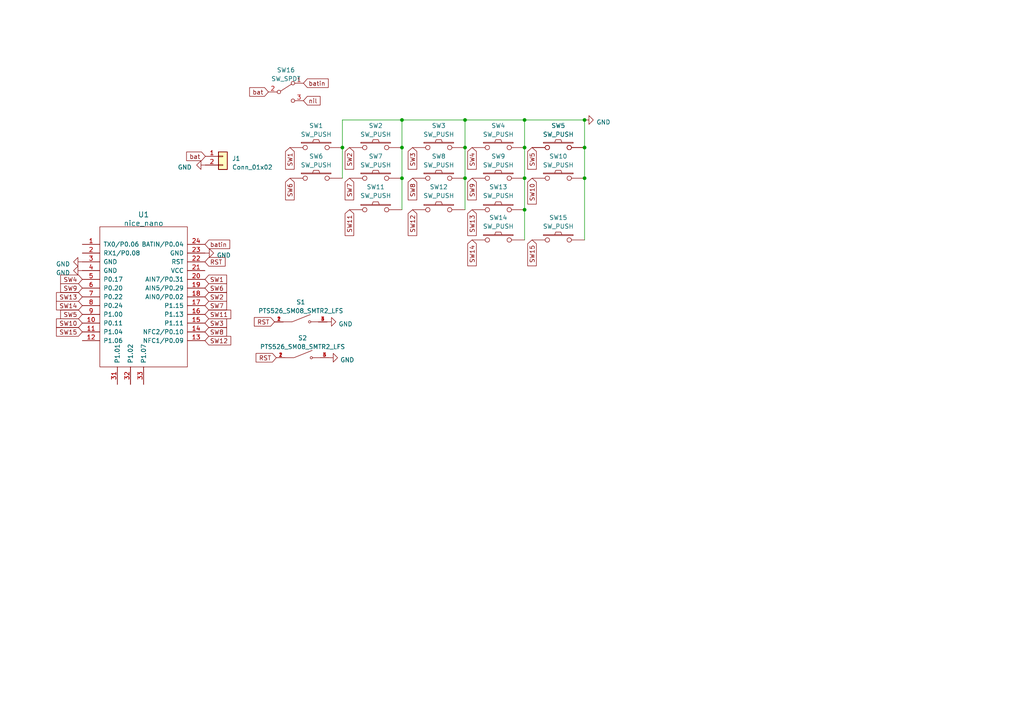
<source format=kicad_sch>
(kicad_sch (version 20230121) (generator eeschema)
  (paper "A4")
  (lib_symbols
    (symbol "Connector_Generic:Conn_01x02" (pin_names (offset 1.016) hide)
      (property "Reference" "J" (at 0 2.54 0))
      (property "Value" "Conn_01x02" (at 0 -5.08 0))
      (symbol "Conn_01x02_1_1"
        (rectangle (start -1.27 -2.413) (end 0 -2.667) (stroke (width 0.1524)))
        (rectangle (start -1.27 0.127) (end 0 -0.127) (stroke (width 0.1524)))
        (rectangle (start -1.27 1.27) (end 1.27 -3.81) (stroke (width 0.254)) (fill (type background)))
        (pin passive line (at -5.08 0 0) (length 3.81) (name "Pin_1") (number "1"))
        (pin passive line (at -5.08 -2.54 0) (length 3.81) (name "Pin_2") (number "2"))
      )
    )
    (symbol "PTS526_SM08_SMTR2_LFS:PTS526_SM08_SMTR2_LFS" (pin_names (offset 1.016))
      (property "Reference" "S" (at -2.54 2.54 0))
      (property "Value" "PTS526_SM08_SMTR2_LFS" (at -2.54 -2.54 0))
      (symbol "PTS526_SM08_SMTR2_LFS_0_0"
        (polyline (pts (xy -2.54 0) (xy -5.08 0)) (stroke (width 0.1524)))
        (polyline (pts (xy -2.54 0) (xy 2.794 2.1336)) (stroke (width 0.1524)))
        (polyline (pts (xy 5.08 0) (xy 2.921 0)) (stroke (width 0.1524)))
        (circle (center 2.54 0) (radius 0.3302) (stroke (width 0.1524)))
        (pin passive line (at -7.62 0 0) (length 2.54) (name "~") (number "1"))
        (pin passive line (at -7.62 0 0) (length 2.54) (name "~") (number "2"))
        (pin passive line (at 7.62 0 180) (length 2.54) (name "~") (number "3"))
        (pin passive line (at 7.62 0 180) (length 2.54) (name "~") (number "4"))
      )
    )
    (symbol "Switch:SW_SPDT" (pin_names (offset 0) hide)
      (property "Reference" "SW" (at 0 4.318 0))
      (property "Value" "SW_SPDT" (at 0 -5.08 0))
      (symbol "SW_SPDT_0_0"
        (circle (center -2.032 0) (radius 0.508))
        (circle (center 2.032 -2.54) (radius 0.508))
      )
      (symbol "SW_SPDT_0_1"
        (polyline (pts (xy -1.524 0.254) (xy 1.651 2.286)))
        (circle (center 2.032 2.54) (radius 0.508))
      )
      (symbol "SW_SPDT_1_1"
        (pin passive line (at 5.08 2.54 180) (length 2.54) (name "A") (number "1"))
        (pin passive line (at -5.08 0 0) (length 2.54) (name "B") (number "2"))
        (pin passive line (at 5.08 -2.54 180) (length 2.54) (name "C") (number "3"))
      )
    )
    (symbol "kbd:SW_PUSH" (pin_numbers hide) (pin_names (offset 1.016) hide)
      (property "Reference" "SW" (at 3.81 2.794 0))
      (property "Value" "SW_PUSH" (at 0 -2.032 0))
      (symbol "SW_PUSH_0_1"
        (rectangle (start -4.318 1.27) (end 4.318 1.524))
        (polyline (pts (xy -1.016 1.524) (xy -0.762 2.286) (xy 0.762 2.286) (xy 1.016 1.524)))
        (pin passive inverted (at -7.62 0 0) (length 5.08) (name "1") (number "1"))
        (pin passive inverted (at 7.62 0 180) (length 5.08) (name "2") (number "2"))
      )
    )
    (symbol "nice_nano:nice_nano" (pin_names (offset 1.016))
      (property "Reference" "U" (at 0 0 0))
      (property "Value" "nice_nano" (at 0 2.54 0))
      (symbol "nice_nano_0_1"
        (rectangle (start -12.7 -21.59) (end 12.7 19.05))
      )
      (symbol "nice_nano_1_1"
        (pin input line (at -17.78 13.97 0) (length 5.08) (name "TX0/P0.06") (number "1"))
        (pin input line (at -17.78 -8.89 0) (length 5.08) (name "P0.11") (number "10"))
        (pin input line (at -17.78 -11.43 0) (length 5.08) (name "P1.04") (number "11"))
        (pin input line (at -17.78 -13.97 0) (length 5.08) (name "P1.06") (number "12"))
        (pin input line (at 17.78 -13.97 180) (length 5.08) (name "NFC1/P0.09") (number "13"))
        (pin input line (at 17.78 -11.43 180) (length 5.08) (name "NFC2/P0.10") (number "14"))
        (pin input line (at 17.78 -8.89 180) (length 5.08) (name "P1.11") (number "15"))
        (pin input line (at 17.78 -6.35 180) (length 5.08) (name "P1.13") (number "16"))
        (pin input line (at 17.78 -3.81 180) (length 5.08) (name "P1.15") (number "17"))
        (pin input line (at 17.78 -1.27 180) (length 5.08) (name "AIN0/P0.02") (number "18"))
        (pin input line (at 17.78 1.27 180) (length 5.08) (name "AIN5/P0.29") (number "19"))
        (pin input line (at -17.78 11.43 0) (length 5.08) (name "RX1/P0.08") (number "2"))
        (pin input line (at 17.78 3.81 180) (length 5.08) (name "AIN7/P0.31") (number "20"))
        (pin input line (at 17.78 6.35 180) (length 5.08) (name "VCC") (number "21"))
        (pin input line (at 17.78 8.89 180) (length 5.08) (name "RST") (number "22"))
        (pin input line (at 17.78 11.43 180) (length 5.08) (name "GND") (number "23"))
        (pin input line (at 17.78 13.97 180) (length 5.08) (name "BATIN/P0.04") (number "24"))
        (pin input line (at -17.78 8.89 0) (length 5.08) (name "GND") (number "3"))
        (pin input line (at -7.62 -26.67 90) (length 5.08) (name "P1.01") (number "31"))
        (pin input line (at -3.81 -26.67 90) (length 5.08) (name "P1.02") (number "32"))
        (pin input line (at 0 -26.67 90) (length 5.08) (name "P1.07") (number "33"))
        (pin input line (at -17.78 6.35 0) (length 5.08) (name "GND") (number "4"))
        (pin input line (at -17.78 3.81 0) (length 5.08) (name "P0.17") (number "5"))
        (pin input line (at -17.78 1.27 0) (length 5.08) (name "P0.20") (number "6"))
        (pin input line (at -17.78 -1.27 0) (length 5.08) (name "P0.22") (number "7"))
        (pin input line (at -17.78 -3.81 0) (length 5.08) (name "P0.24") (number "8"))
        (pin input line (at -17.78 -6.35 0) (length 5.08) (name "P1.00") (number "9"))
      )
    )
    (symbol "power:GND" (power) (pin_names (offset 0))
      (property "Value" "GND" (at 0 -3.81 0))
      (symbol "GND_0_1"
        (polyline (pts (xy 0 0) (xy 0 -1.27) (xy 1.27 -1.27) (xy 0 -2.54) (xy -1.27 -1.27) (xy 0 -1.27)))
      )
      (symbol "GND_1_1"
        (pin power_in line (at 0 0 270) (length 0) hide (name "GND") (number "1"))
      )
    )
  )
  (junction (at 116.586 34.798))
  (junction (at 169.545 42.799))
  (junction (at 152.146 34.798))
  (junction (at 152.146 60.833))
  (junction (at 134.874 51.689))
  (junction (at 169.545 51.689))
  (junction (at 116.586 51.689))
  (junction (at 116.586 42.799))
  (junction (at 169.545 34.798))
  (junction (at 152.146 51.689))
  (junction (at 134.874 42.799))
  (junction (at 134.874 34.798))
  (junction (at 99.314 42.799))
  (junction (at 152.146 42.799))
  (wire (pts (xy 169.545 51.689) (xy 169.545 69.596)))
  (wire (pts (xy 116.586 34.798) (xy 99.314 34.798)))
  (wire (pts (xy 152.146 34.798) (xy 152.146 42.799)))
  (wire (pts (xy 116.586 42.799) (xy 116.586 51.689)))
  (wire (pts (xy 169.545 42.799) (xy 169.545 51.689)))
  (wire (pts (xy 116.586 51.689) (xy 116.586 60.833)))
  (wire (pts (xy 152.146 42.799) (xy 152.146 51.689)))
  (wire (pts (xy 134.874 34.798) (xy 116.586 34.798)))
  (wire (pts (xy 134.874 42.799) (xy 134.874 51.689)))
  (wire (pts (xy 169.545 34.798) (xy 152.146 34.798)))
  (wire (pts (xy 152.146 60.833) (xy 152.146 69.596)))
  (wire (pts (xy 134.874 51.689) (xy 134.874 60.833)))
  (wire (pts (xy 169.545 42.799) (xy 169.545 34.798)))
  (wire (pts (xy 152.146 34.798) (xy 134.874 34.798)))
  (wire (pts (xy 99.314 34.798) (xy 99.314 42.799)))
  (wire (pts (xy 134.874 34.798) (xy 134.874 42.799)))
  (wire (pts (xy 99.314 42.799) (xy 99.314 51.689)))
  (wire (pts (xy 116.586 34.798) (xy 116.586 42.799)))
  (wire (pts (xy 152.146 51.689) (xy 152.146 60.833)))
  (global_label "SW10" (shape input) (at 154.305 51.689 270) (property "Intersheetrefs" "${INTERSHEET_REFS}" (effects hide)))
  (global_label "SW10" (shape input) (at 23.876 93.726 180) (property "Intersheetrefs" "${INTERSHEET_REFS}" (effects hide)))
  (global_label "SW3" (shape input) (at 59.436 93.726 0) (property "Intersheetrefs" "${INTERSHEET_REFS}" (effects hide)))
  (global_label "batin" (shape input) (at 88.011 24.13 0) (property "Intersheetrefs" "${INTERSHEET_REFS}" (effects hide)))
  (global_label "SW15" (shape input) (at 154.305 69.596 270) (property "Intersheetrefs" "${INTERSHEET_REFS}" (effects hide)))
  (global_label "SW13" (shape input) (at 136.906 60.833 270) (property "Intersheetrefs" "${INTERSHEET_REFS}" (effects hide)))
  (global_label "RST" (shape input) (at 59.436 75.946 0) (property "Intersheetrefs" "${INTERSHEET_REFS}" (effects hide)))
  (global_label "batin" (shape input) (at 59.436 70.866 0) (property "Intersheetrefs" "${INTERSHEET_REFS}" (effects hide)))
  (global_label "SW7" (shape input) (at 59.436 88.646 0) (property "Intersheetrefs" "${INTERSHEET_REFS}" (effects hide)))
  (global_label "SW6" (shape input) (at 59.436 83.566 0) (property "Intersheetrefs" "${INTERSHEET_REFS}" (effects hide)))
  (global_label "SW14" (shape input) (at 23.876 88.646 180) (property "Intersheetrefs" "${INTERSHEET_REFS}" (effects hide)))
  (global_label "SW8" (shape input) (at 59.436 96.266 0) (property "Intersheetrefs" "${INTERSHEET_REFS}" (effects hide)))
  (global_label "SW11" (shape input) (at 59.436 91.186 0) (property "Intersheetrefs" "${INTERSHEET_REFS}" (effects hide)))
  (global_label "RST" (shape input) (at 80.137 103.759 180) (property "Intersheetrefs" "${INTERSHEET_REFS}" (effects hide)))
  (global_label "bat" (shape input) (at 59.563 45.339 180) (property "Intersheetrefs" "${INTERSHEET_REFS}" (effects hide)))
  (global_label "SW1" (shape input) (at 59.436 81.026 0) (property "Intersheetrefs" "${INTERSHEET_REFS}" (effects hide)))
  (global_label "SW4" (shape input) (at 23.876 81.026 180) (property "Intersheetrefs" "${INTERSHEET_REFS}" (effects hide)))
  (global_label "SW11" (shape input) (at 101.346 60.833 270) (property "Intersheetrefs" "${INTERSHEET_REFS}" (effects hide)))
  (global_label "RST" (shape input) (at 79.629 93.345 180) (property "Intersheetrefs" "${INTERSHEET_REFS}" (effects hide)))
  (global_label "SW9" (shape input) (at 23.876 83.566 180) (property "Intersheetrefs" "${INTERSHEET_REFS}" (effects hide)))
  (global_label "SW1" (shape input) (at 84.074 42.799 270) (property "Intersheetrefs" "${INTERSHEET_REFS}" (effects hide)))
  (global_label "SW13" (shape input) (at 23.876 86.106 180) (property "Intersheetrefs" "${INTERSHEET_REFS}" (effects hide)))
  (global_label "SW5" (shape input) (at 154.305 42.799 270) (property "Intersheetrefs" "${INTERSHEET_REFS}" (effects hide)))
  (global_label "SW2" (shape input) (at 59.436 86.106 0) (property "Intersheetrefs" "${INTERSHEET_REFS}" (effects hide)))
  (global_label "SW6" (shape input) (at 84.074 51.689 270) (property "Intersheetrefs" "${INTERSHEET_REFS}" (effects hide)))
  (global_label "bat" (shape input) (at 77.851 26.67 180) (property "Intersheetrefs" "${INTERSHEET_REFS}" (effects hide)))
  (global_label "SW12" (shape input) (at 59.436 98.806 0) (property "Intersheetrefs" "${INTERSHEET_REFS}" (effects hide)))
  (global_label "SW4" (shape input) (at 136.906 42.799 270) (property "Intersheetrefs" "${INTERSHEET_REFS}" (effects hide)))
  (global_label "SW12" (shape input) (at 119.634 60.833 270) (property "Intersheetrefs" "${INTERSHEET_REFS}" (effects hide)))
  (global_label "SW7" (shape input) (at 101.346 51.689 270) (property "Intersheetrefs" "${INTERSHEET_REFS}" (effects hide)))
  (global_label "SW15" (shape input) (at 23.876 96.266 180) (property "Intersheetrefs" "${INTERSHEET_REFS}" (effects hide)))
  (global_label "SW8" (shape input) (at 119.634 51.689 270) (property "Intersheetrefs" "${INTERSHEET_REFS}" (effects hide)))
  (global_label "SW3" (shape input) (at 119.634 42.799 270) (property "Intersheetrefs" "${INTERSHEET_REFS}" (effects hide)))
  (global_label "SW5" (shape input) (at 23.876 91.186 180) (property "Intersheetrefs" "${INTERSHEET_REFS}" (effects hide)))
  (global_label "SW14" (shape input) (at 136.906 69.596 270) (property "Intersheetrefs" "${INTERSHEET_REFS}" (effects hide)))
  (global_label "nil" (shape input) (at 88.011 29.21 0) (property "Intersheetrefs" "${INTERSHEET_REFS}" (effects hide)))
  (global_label "SW2" (shape input) (at 101.346 42.799 270) (property "Intersheetrefs" "${INTERSHEET_REFS}" (effects hide)))
  (global_label "SW9" (shape input) (at 136.906 51.689 270) (property "Intersheetrefs" "${INTERSHEET_REFS}" (effects hide)))
  (symbol (lib_id "power:GND") (at 94.869 93.345 90) (unit 1)
    (property "Reference" "#PWR06" (effects hide))
    (property "Value" "GND" (at 98.171 93.98 90) (effects (justify right)))
  )
  (symbol (lib_id "kbd:SW_PUSH") (at 127.254 60.833 0) (unit 1)
    (property "Reference" "SW12" (at 127.254 54.229 0))
    (property "Value" "SW_PUSH" (at 127.254 56.769 0))
    (property "Footprint" "PCM_Switch_Keyboard_Kailh:SW_Kailh_Choc_V1V2_1.00u - Reversable" (effects hide))
  )
  (symbol (lib_id "kbd:SW_PUSH") (at 108.966 60.833 0) (unit 1)
    (property "Reference" "SW11" (at 108.966 54.229 0))
    (property "Value" "SW_PUSH" (at 108.966 56.769 0))
    (property "Footprint" "PCM_Switch_Keyboard_Kailh:SW_Kailh_Choc_V1V2_1.00u - Reversable" (effects hide))
  )
  (symbol (lib_id "kbd:SW_PUSH") (at 144.526 60.833 0) (unit 1)
    (property "Reference" "SW13" (at 144.526 54.229 0))
    (property "Value" "SW_PUSH" (at 144.526 56.769 0))
    (property "Footprint" "PCM_Switch_Keyboard_Kailh:SW_Kailh_Choc_V1V2_1.00u - Reversable" (effects hide))
  )
  (symbol (lib_id "kbd:SW_PUSH") (at 161.925 51.689 0) (unit 1)
    (property "Reference" "SW10" (at 161.925 45.339 0))
    (property "Value" "SW_PUSH" (at 161.925 47.879 0))
    (property "Footprint" "PCM_Switch_Keyboard_Kailh:SW_Kailh_Choc_V1V2_1.00u - Reversable" (effects hide))
  )
  (symbol (lib_id "kbd:SW_PUSH") (at 144.526 51.689 0) (unit 1)
    (property "Reference" "SW9" (at 144.526 45.339 0))
    (property "Value" "SW_PUSH" (at 144.526 47.879 0))
    (property "Footprint" "PCM_Switch_Keyboard_Kailh:SW_Kailh_Choc_V1V2_1.00u - Reversable" (effects hide))
  )
  (symbol (lib_id "kbd:SW_PUSH") (at 91.694 51.689 0) (unit 1)
    (property "Reference" "SW6" (at 91.694 45.339 0))
    (property "Value" "SW_PUSH" (at 91.694 47.879 0))
    (property "Footprint" "PCM_Switch_Keyboard_Kailh:SW_Kailh_Choc_V1V2_1.00u - Reversable" (effects hide))
  )
  (symbol (lib_id "Connector_Generic:Conn_01x02") (at 64.643 45.339 0) (unit 1)
    (property "Reference" "J1" (at 67.31 45.974 0) (effects (justify left)))
    (property "Value" "Conn_01x02" (at 67.31 48.514 0) (effects (justify left)))
    (property "Footprint" "Connector_PinHeader_2.54mm:PinHeader_1x02_P2.54mm_Vertical" (effects hide))
  )
  (symbol (lib_id "kbd:SW_PUSH") (at 144.526 42.799 0) (unit 1)
    (property "Reference" "SW4" (at 144.526 36.449 0))
    (property "Value" "SW_PUSH" (at 144.526 38.989 0))
    (property "Footprint" "PCM_Switch_Keyboard_Kailh:SW_Kailh_Choc_V1V2_1.00u - Reversable" (effects hide))
  )
  (symbol (lib_id "Switch:SW_SPDT") (at 82.931 26.67 0) (unit 1)
    (property "Reference" "SW16" (at 82.931 20.32 0))
    (property "Value" "SW_SPDT" (at 82.931 22.86 0))
    (property "Footprint" "switch:switch-MSK-12C02-smd" (effects hide))
  )
  (symbol (lib_id "kbd:SW_PUSH") (at 127.254 42.799 0) (unit 1)
    (property "Reference" "SW3" (at 127.254 36.449 0))
    (property "Value" "SW_PUSH" (at 127.254 38.989 0))
    (property "Footprint" "PCM_Switch_Keyboard_Kailh:SW_Kailh_Choc_V1V2_1.00u - Reversable" (effects hide))
  )
  (symbol (lib_id "kbd:SW_PUSH") (at 91.694 42.799 0) (unit 1)
    (property "Reference" "SW1" (at 91.694 36.449 0))
    (property "Value" "SW_PUSH" (at 91.694 38.989 0))
    (property "Footprint" "PCM_Switch_Keyboard_Kailh:SW_Kailh_Choc_V1V2_1.00u - Reversable" (effects hide))
  )
  (symbol (lib_id "kbd:SW_PUSH") (at 108.966 51.689 0) (unit 1)
    (property "Reference" "SW7" (at 108.966 45.339 0))
    (property "Value" "SW_PUSH" (at 108.966 47.879 0))
    (property "Footprint" "PCM_Switch_Keyboard_Kailh:SW_Kailh_Choc_V1V2_1.00u - Reversable" (effects hide))
  )
  (symbol (lib_id "power:GND") (at 95.377 103.759 90) (unit 1)
    (property "Reference" "#PWR07" (effects hide))
    (property "Value" "GND" (at 98.679 104.394 90) (effects (justify right)))
  )
  (symbol (lib_id "nice_nano:nice_nano") (at 41.656 84.836 0) (unit 1)
    (property "Reference" "U1" (at 41.656 62.23 0) (effects (font (size 1.524 1.524))))
    (property "Value" "nice_nano" (at 41.656 64.77 0) (effects (font (size 1.524 1.524))))
    (property "Footprint" "n!n:nice_nano" (effects hide))
  )
  (symbol (lib_id "kbd:SW_PUSH") (at 108.966 42.799 0) (unit 1)
    (property "Reference" "SW2" (at 108.966 36.449 0))
    (property "Value" "SW_PUSH" (at 108.966 38.989 0))
    (property "Footprint" "PCM_Switch_Keyboard_Kailh:SW_Kailh_Choc_V1V2_1.00u - Reversable" (effects hide))
  )
  (symbol (lib_id "power:GND") (at 23.876 75.946 270) (unit 1)
    (property "Reference" "#PWR02" (effects hide))
    (property "Value" "GND" (at 20.32 76.581 90) (effects (justify right)))
  )
  (symbol (lib_id "power:GND") (at 59.436 73.406 90) (unit 1)
    (property "Reference" "#PWR04" (effects hide))
    (property "Value" "GND" (at 62.865 74.041 90) (effects (justify right)))
  )
  (symbol (lib_id "power:GND") (at 59.563 47.879 270) (unit 1)
    (property "Reference" "#PWR05" (effects hide))
    (property "Value" "GND" (at 55.626 48.514 90) (effects (justify right)))
  )
  (symbol (lib_id "kbd:SW_PUSH") (at 161.925 69.596 0) (unit 1)
    (property "Reference" "SW15" (at 161.925 63.119 0))
    (property "Value" "SW_PUSH" (at 161.925 65.659 0))
    (property "Footprint" "PCM_Switch_Keyboard_Kailh:SW_Kailh_Choc_V1V2_1.00u - Reversable" (effects hide))
  )
  (symbol (lib_id "PTS526_SM08_SMTR2_LFS:PTS526_SM08_SMTR2_LFS") (at 87.249 93.345 0) (unit 1)
    (property "Reference" "S1" (at 87.249 87.63 0))
    (property "Value" "PTS526_SM08_SMTR2_LFS" (at 87.249 90.17 0))
    (property "Footprint" "pts526:SW_PTS526_SM08_SMTR2_LFS" (effects hide))
    (property "MF" "C&K" (effects hide))
    (property "MAXIMUM_PACKAGE_HEIGHT" "0.95mm" (effects hide))
    (property "Package" "None" (effects hide))
    (property "Price" "None" (effects hide))
    (property "Check_prices" "https://www.snapeda.com/parts/PTS526%20SM08%20SMTR2%20LFS/C%2526K/view-part/?ref=eda" (effects hide))
    (property "STANDARD" "Manufacturer Recommendations" (effects hide))
    (property "PARTREV" "20 mar 19" (effects hide))
    (property "SnapEDA_Link" "https://www.snapeda.com/parts/PTS526%20SM08%20SMTR2%20LFS/C%2526K/view-part/?ref=snap" (effects hide))
    (property "MP" "PTS526 SM08 SMTR2 LFS" (effects hide))
    (property "Description" "\nTactile Switch SPST-NO Top Actuated Surface Mount\n" (effects hide))
    (property "Availability" "In Stock" (effects hide))
    (property "MANUFACTURER" "C&K" (effects hide))
  )
  (symbol (lib_id "PTS526_SM08_SMTR2_LFS:PTS526_SM08_SMTR2_LFS") (at 87.757 103.759 0) (unit 1)
    (property "Reference" "S2" (at 87.757 98.044 0))
    (property "Value" "PTS526_SM08_SMTR2_LFS" (at 87.757 100.584 0))
    (property "Footprint" "pts526:SW_PTS526_SM08_SMTR2_LFS" (effects hide))
    (property "MF" "C&K" (effects hide))
    (property "MAXIMUM_PACKAGE_HEIGHT" "0.95mm" (effects hide))
    (property "Package" "None" (effects hide))
    (property "Price" "None" (effects hide))
    (property "Check_prices" "https://www.snapeda.com/parts/PTS526%20SM08%20SMTR2%20LFS/C%2526K/view-part/?ref=eda" (effects hide))
    (property "STANDARD" "Manufacturer Recommendations" (effects hide))
    (property "PARTREV" "20 mar 19" (effects hide))
    (property "SnapEDA_Link" "https://www.snapeda.com/parts/PTS526%20SM08%20SMTR2%20LFS/C%2526K/view-part/?ref=snap" (effects hide))
    (property "MP" "PTS526 SM08 SMTR2 LFS" (effects hide))
    (property "Description" "\nTactile Switch SPST-NO Top Actuated Surface Mount\n" (effects hide))
    (property "Availability" "In Stock" (effects hide))
    (property "MANUFACTURER" "C&K" (effects hide))
  )
  (symbol (lib_id "kbd:SW_PUSH") (at 144.526 69.596 0) (unit 1)
    (property "Reference" "SW14" (at 144.526 63.119 0))
    (property "Value" "SW_PUSH" (at 144.526 65.659 0))
    (property "Footprint" "PCM_Switch_Keyboard_Kailh:SW_Kailh_Choc_V1V2_1.00u - Reversable" (effects hide))
  )
  (symbol (lib_id "power:GND") (at 23.876 78.486 270) (unit 1)
    (property "Reference" "#PWR03" (effects hide))
    (property "Value" "GND" (at 20.32 79.121 90) (effects (justify right)))
  )
  (symbol (lib_id "power:GND") (at 169.545 34.798 90) (unit 1)
    (property "Reference" "#PWR01" (effects hide))
    (property "Value" "GND" (at 172.974 35.433 90) (effects (justify right)))
  )
  (symbol (lib_id "kbd:SW_PUSH") (at 127.254 51.689 0) (unit 1)
    (property "Reference" "SW8" (at 127.254 45.339 0))
    (property "Value" "SW_PUSH" (at 127.254 47.879 0))
    (property "Footprint" "PCM_Switch_Keyboard_Kailh:SW_Kailh_Choc_V1V2_1.00u - Reversable" (effects hide))
  )
  (symbol (lib_id "kbd:SW_PUSH") (at 161.925 42.799 0) (unit 1)
    (property "Reference" "SW5" (at 161.925 36.449 0))
    (property "Value" "SW_PUSH" (at 161.925 38.989 0))
    (property "Footprint" "PCM_Switch_Keyboard_Kailh:SW_Kailh_Choc_V1V2_1.00u - Reversable" (effects hide))
  )
)
</source>
